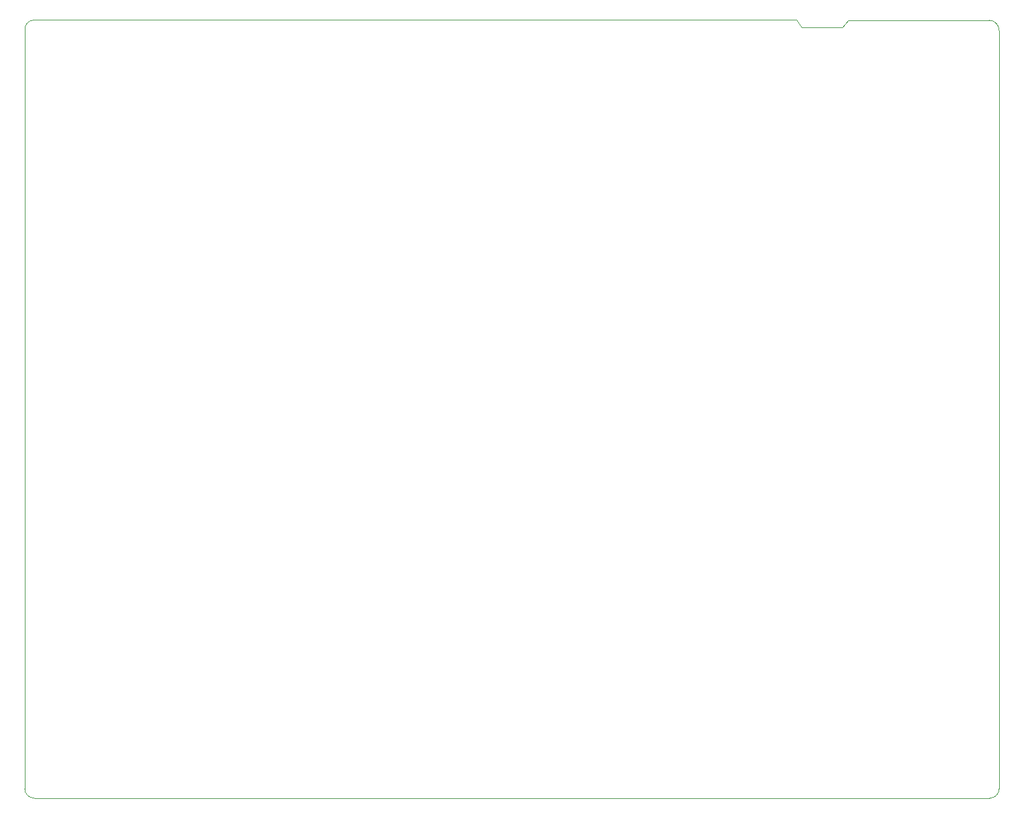
<source format=gbr>
%TF.GenerationSoftware,KiCad,Pcbnew,9.0.3*%
%TF.CreationDate,2025-12-07T17:58:42-06:00*%
%TF.ProjectId,CC14,43433134-2e6b-4696-9361-645f70636258,Prototype_v2.2*%
%TF.SameCoordinates,Original*%
%TF.FileFunction,Profile,NP*%
%FSLAX46Y46*%
G04 Gerber Fmt 4.6, Leading zero omitted, Abs format (unit mm)*
G04 Created by KiCad (PCBNEW 9.0.3) date 2025-12-07 17:58:42*
%MOMM*%
%LPD*%
G01*
G04 APERTURE LIST*
%TA.AperFunction,Profile*%
%ADD10C,0.100000*%
%TD*%
G04 APERTURE END LIST*
D10*
X90354159Y-159396117D02*
G75*
G02*
X89104183Y-158146117I41J1250017D01*
G01*
X191635260Y-55894236D02*
X192344160Y-56860000D01*
X198534160Y-55945000D02*
X197770000Y-56860000D01*
X89104159Y-57159219D02*
X89104159Y-158146117D01*
X218574177Y-158146117D02*
G75*
G02*
X217324176Y-159396077I-1249977J17D01*
G01*
X90354159Y-159396117D02*
X217324176Y-159396117D01*
X89104159Y-57159219D02*
G75*
G02*
X90369142Y-55894159I1265041J19D01*
G01*
X217244194Y-55945000D02*
X198534160Y-55945000D01*
X218574177Y-158146117D02*
X218574173Y-57283474D01*
X217244194Y-55945000D02*
G75*
G02*
X218574200Y-57275000I6J-1330000D01*
G01*
X197774160Y-56860000D02*
X192344160Y-56860000D01*
X191635260Y-55894236D02*
X90360000Y-55894236D01*
M02*

</source>
